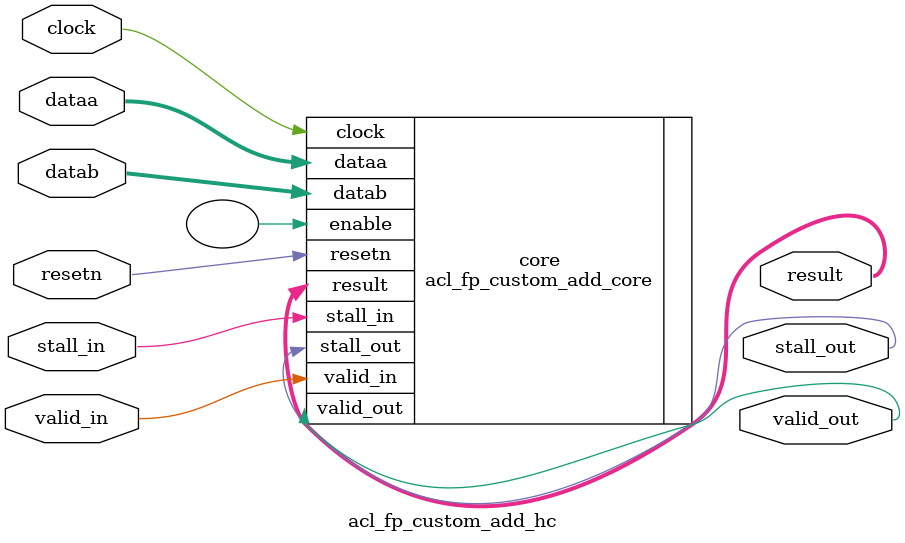
<source format=v>
    


module acl_fp_custom_add_hc(clock, resetn, dataa, datab, result, valid_in, valid_out, stall_in, stall_out);
// This is a version of the adder with reduced latency.
	input clock, resetn;
	input valid_in, stall_in;
	output valid_out, stall_out;
	input [31:0] dataa;
	input [31:0] datab;
	output [31:0] result;
	
  acl_fp_custom_add_core core(
    .clock(clock),
    .resetn(resetn),
    .dataa(dataa),
    .datab(datab),
    .result(result),
    .valid_in(valid_in),
    .valid_out(valid_out),
    .stall_in(stall_in),
    .stall_out(stall_out),
    .enable());
    defparam core.HIGH_LATENCY = 1;
    defparam core.HIGH_CAPACITY = 1;
    defparam core.FLUSH_DENORMS = 0;
    defparam core.ROUNDING_MODE = 0;
    defparam core.FINITE_MATH_ONLY = 0;
    defparam core.REMOVE_STICKY = 0;
    
    
  
endmodule



</source>
